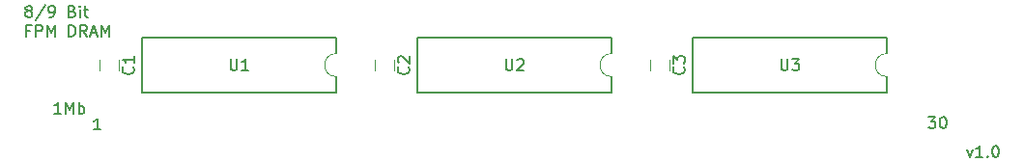
<source format=gbr>
%TF.GenerationSoftware,KiCad,Pcbnew,(5.1.9)-1*%
%TF.CreationDate,2021-01-13T00:02:16+11:00*%
%TF.ProjectId,1M-30pinsimm,314d2d33-3070-4696-9e73-696d6d2e6b69,rev?*%
%TF.SameCoordinates,Original*%
%TF.FileFunction,Legend,Top*%
%TF.FilePolarity,Positive*%
%FSLAX46Y46*%
G04 Gerber Fmt 4.6, Leading zero omitted, Abs format (unit mm)*
G04 Created by KiCad (PCBNEW (5.1.9)-1) date 2021-01-13 00:02:16*
%MOMM*%
%LPD*%
G01*
G04 APERTURE LIST*
%ADD10C,0.200000*%
%ADD11C,0.150000*%
%ADD12C,0.120000*%
G04 APERTURE END LIST*
D10*
X198392857Y-124245714D02*
X198630952Y-124912380D01*
X198869047Y-124245714D01*
X199773809Y-124912380D02*
X199202380Y-124912380D01*
X199488095Y-124912380D02*
X199488095Y-123912380D01*
X199392857Y-124055238D01*
X199297619Y-124150476D01*
X199202380Y-124198095D01*
X200202380Y-124817142D02*
X200250000Y-124864761D01*
X200202380Y-124912380D01*
X200154761Y-124864761D01*
X200202380Y-124817142D01*
X200202380Y-124912380D01*
X200869047Y-123912380D02*
X200964285Y-123912380D01*
X201059523Y-123960000D01*
X201107142Y-124007619D01*
X201154761Y-124102857D01*
X201202380Y-124293333D01*
X201202380Y-124531428D01*
X201154761Y-124721904D01*
X201107142Y-124817142D01*
X201059523Y-124864761D01*
X200964285Y-124912380D01*
X200869047Y-124912380D01*
X200773809Y-124864761D01*
X200726190Y-124817142D01*
X200678571Y-124721904D01*
X200630952Y-124531428D01*
X200630952Y-124293333D01*
X200678571Y-124102857D01*
X200726190Y-124007619D01*
X200773809Y-123960000D01*
X200869047Y-123912380D01*
X119001904Y-121102380D02*
X118430476Y-121102380D01*
X118716190Y-121102380D02*
X118716190Y-120102380D01*
X118620952Y-120245238D01*
X118525714Y-120340476D01*
X118430476Y-120388095D01*
X119430476Y-121102380D02*
X119430476Y-120102380D01*
X119763809Y-120816666D01*
X120097142Y-120102380D01*
X120097142Y-121102380D01*
X120573333Y-121102380D02*
X120573333Y-120102380D01*
X120573333Y-120483333D02*
X120668571Y-120435714D01*
X120859047Y-120435714D01*
X120954285Y-120483333D01*
X121001904Y-120530952D01*
X121049523Y-120626190D01*
X121049523Y-120911904D01*
X121001904Y-121007142D01*
X120954285Y-121054761D01*
X120859047Y-121102380D01*
X120668571Y-121102380D01*
X120573333Y-121054761D01*
X116080952Y-112060952D02*
X115985714Y-112013333D01*
X115938095Y-111965714D01*
X115890476Y-111870476D01*
X115890476Y-111822857D01*
X115938095Y-111727619D01*
X115985714Y-111680000D01*
X116080952Y-111632380D01*
X116271428Y-111632380D01*
X116366666Y-111680000D01*
X116414285Y-111727619D01*
X116461904Y-111822857D01*
X116461904Y-111870476D01*
X116414285Y-111965714D01*
X116366666Y-112013333D01*
X116271428Y-112060952D01*
X116080952Y-112060952D01*
X115985714Y-112108571D01*
X115938095Y-112156190D01*
X115890476Y-112251428D01*
X115890476Y-112441904D01*
X115938095Y-112537142D01*
X115985714Y-112584761D01*
X116080952Y-112632380D01*
X116271428Y-112632380D01*
X116366666Y-112584761D01*
X116414285Y-112537142D01*
X116461904Y-112441904D01*
X116461904Y-112251428D01*
X116414285Y-112156190D01*
X116366666Y-112108571D01*
X116271428Y-112060952D01*
X117604761Y-111584761D02*
X116747619Y-112870476D01*
X117985714Y-112632380D02*
X118176190Y-112632380D01*
X118271428Y-112584761D01*
X118319047Y-112537142D01*
X118414285Y-112394285D01*
X118461904Y-112203809D01*
X118461904Y-111822857D01*
X118414285Y-111727619D01*
X118366666Y-111680000D01*
X118271428Y-111632380D01*
X118080952Y-111632380D01*
X117985714Y-111680000D01*
X117938095Y-111727619D01*
X117890476Y-111822857D01*
X117890476Y-112060952D01*
X117938095Y-112156190D01*
X117985714Y-112203809D01*
X118080952Y-112251428D01*
X118271428Y-112251428D01*
X118366666Y-112203809D01*
X118414285Y-112156190D01*
X118461904Y-112060952D01*
X119985714Y-112108571D02*
X120128571Y-112156190D01*
X120176190Y-112203809D01*
X120223809Y-112299047D01*
X120223809Y-112441904D01*
X120176190Y-112537142D01*
X120128571Y-112584761D01*
X120033333Y-112632380D01*
X119652380Y-112632380D01*
X119652380Y-111632380D01*
X119985714Y-111632380D01*
X120080952Y-111680000D01*
X120128571Y-111727619D01*
X120176190Y-111822857D01*
X120176190Y-111918095D01*
X120128571Y-112013333D01*
X120080952Y-112060952D01*
X119985714Y-112108571D01*
X119652380Y-112108571D01*
X120652380Y-112632380D02*
X120652380Y-111965714D01*
X120652380Y-111632380D02*
X120604761Y-111680000D01*
X120652380Y-111727619D01*
X120700000Y-111680000D01*
X120652380Y-111632380D01*
X120652380Y-111727619D01*
X120985714Y-111965714D02*
X121366666Y-111965714D01*
X121128571Y-111632380D02*
X121128571Y-112489523D01*
X121176190Y-112584761D01*
X121271428Y-112632380D01*
X121366666Y-112632380D01*
X116271428Y-113808571D02*
X115938095Y-113808571D01*
X115938095Y-114332380D02*
X115938095Y-113332380D01*
X116414285Y-113332380D01*
X116795238Y-114332380D02*
X116795238Y-113332380D01*
X117176190Y-113332380D01*
X117271428Y-113380000D01*
X117319047Y-113427619D01*
X117366666Y-113522857D01*
X117366666Y-113665714D01*
X117319047Y-113760952D01*
X117271428Y-113808571D01*
X117176190Y-113856190D01*
X116795238Y-113856190D01*
X117795238Y-114332380D02*
X117795238Y-113332380D01*
X118128571Y-114046666D01*
X118461904Y-113332380D01*
X118461904Y-114332380D01*
X119700000Y-114332380D02*
X119700000Y-113332380D01*
X119938095Y-113332380D01*
X120080952Y-113380000D01*
X120176190Y-113475238D01*
X120223809Y-113570476D01*
X120271428Y-113760952D01*
X120271428Y-113903809D01*
X120223809Y-114094285D01*
X120176190Y-114189523D01*
X120080952Y-114284761D01*
X119938095Y-114332380D01*
X119700000Y-114332380D01*
X121271428Y-114332380D02*
X120938095Y-113856190D01*
X120700000Y-114332380D02*
X120700000Y-113332380D01*
X121080952Y-113332380D01*
X121176190Y-113380000D01*
X121223809Y-113427619D01*
X121271428Y-113522857D01*
X121271428Y-113665714D01*
X121223809Y-113760952D01*
X121176190Y-113808571D01*
X121080952Y-113856190D01*
X120700000Y-113856190D01*
X121652380Y-114046666D02*
X122128571Y-114046666D01*
X121557142Y-114332380D02*
X121890476Y-113332380D01*
X122223809Y-114332380D01*
X122557142Y-114332380D02*
X122557142Y-113332380D01*
X122890476Y-114046666D01*
X123223809Y-113332380D01*
X123223809Y-114332380D01*
D11*
%TO.C,U3*%
X191389000Y-117856000D02*
X191389000Y-119253000D01*
X191389000Y-114427000D02*
X191389000Y-115824000D01*
X191389000Y-119253000D02*
X174371000Y-119253000D01*
X174371000Y-119253000D02*
X174371000Y-114427000D01*
X174371000Y-114427000D02*
X191389000Y-114427000D01*
D12*
X191389000Y-117856000D02*
G75*
G02*
X191389000Y-115824000I0J1016000D01*
G01*
%TO.C,C3*%
X172300000Y-117340000D02*
X172300000Y-116340000D01*
X170600000Y-116340000D02*
X170600000Y-117340000D01*
%TO.C,C2*%
X146470000Y-116340000D02*
X146470000Y-117340000D01*
X148170000Y-117340000D02*
X148170000Y-116340000D01*
%TO.C,C1*%
X122340000Y-116340000D02*
X122340000Y-117340000D01*
X124040000Y-117340000D02*
X124040000Y-116340000D01*
D11*
%TO.C,U2*%
X150241000Y-114427000D02*
X167259000Y-114427000D01*
X150241000Y-119253000D02*
X150241000Y-114427000D01*
X167259000Y-119253000D02*
X150241000Y-119253000D01*
X167259000Y-114427000D02*
X167259000Y-115824000D01*
X167259000Y-117856000D02*
X167259000Y-119253000D01*
D12*
X167259000Y-117856000D02*
G75*
G02*
X167259000Y-115824000I0J1016000D01*
G01*
D11*
%TO.C,U1*%
X126111000Y-114427000D02*
X143129000Y-114427000D01*
X126111000Y-119253000D02*
X126111000Y-114427000D01*
X143129000Y-119253000D02*
X126111000Y-119253000D01*
X143129000Y-114427000D02*
X143129000Y-115824000D01*
X143129000Y-117856000D02*
X143129000Y-119253000D01*
D12*
X143129000Y-117856000D02*
G75*
G02*
X143129000Y-115824000I0J1016000D01*
G01*
%TO.C,U3*%
D11*
X182118095Y-116292380D02*
X182118095Y-117101904D01*
X182165714Y-117197142D01*
X182213333Y-117244761D01*
X182308571Y-117292380D01*
X182499047Y-117292380D01*
X182594285Y-117244761D01*
X182641904Y-117197142D01*
X182689523Y-117101904D01*
X182689523Y-116292380D01*
X183070476Y-116292380D02*
X183689523Y-116292380D01*
X183356190Y-116673333D01*
X183499047Y-116673333D01*
X183594285Y-116720952D01*
X183641904Y-116768571D01*
X183689523Y-116863809D01*
X183689523Y-117101904D01*
X183641904Y-117197142D01*
X183594285Y-117244761D01*
X183499047Y-117292380D01*
X183213333Y-117292380D01*
X183118095Y-117244761D01*
X183070476Y-117197142D01*
%TO.C,C3*%
X173557142Y-117006666D02*
X173604761Y-117054285D01*
X173652380Y-117197142D01*
X173652380Y-117292380D01*
X173604761Y-117435238D01*
X173509523Y-117530476D01*
X173414285Y-117578095D01*
X173223809Y-117625714D01*
X173080952Y-117625714D01*
X172890476Y-117578095D01*
X172795238Y-117530476D01*
X172700000Y-117435238D01*
X172652380Y-117292380D01*
X172652380Y-117197142D01*
X172700000Y-117054285D01*
X172747619Y-117006666D01*
X172652380Y-116673333D02*
X172652380Y-116054285D01*
X173033333Y-116387619D01*
X173033333Y-116244761D01*
X173080952Y-116149523D01*
X173128571Y-116101904D01*
X173223809Y-116054285D01*
X173461904Y-116054285D01*
X173557142Y-116101904D01*
X173604761Y-116149523D01*
X173652380Y-116244761D01*
X173652380Y-116530476D01*
X173604761Y-116625714D01*
X173557142Y-116673333D01*
%TO.C,C2*%
X149427142Y-117006666D02*
X149474761Y-117054285D01*
X149522380Y-117197142D01*
X149522380Y-117292380D01*
X149474761Y-117435238D01*
X149379523Y-117530476D01*
X149284285Y-117578095D01*
X149093809Y-117625714D01*
X148950952Y-117625714D01*
X148760476Y-117578095D01*
X148665238Y-117530476D01*
X148570000Y-117435238D01*
X148522380Y-117292380D01*
X148522380Y-117197142D01*
X148570000Y-117054285D01*
X148617619Y-117006666D01*
X148617619Y-116625714D02*
X148570000Y-116578095D01*
X148522380Y-116482857D01*
X148522380Y-116244761D01*
X148570000Y-116149523D01*
X148617619Y-116101904D01*
X148712857Y-116054285D01*
X148808095Y-116054285D01*
X148950952Y-116101904D01*
X149522380Y-116673333D01*
X149522380Y-116054285D01*
%TO.C,C1*%
X125297142Y-117006666D02*
X125344761Y-117054285D01*
X125392380Y-117197142D01*
X125392380Y-117292380D01*
X125344761Y-117435238D01*
X125249523Y-117530476D01*
X125154285Y-117578095D01*
X124963809Y-117625714D01*
X124820952Y-117625714D01*
X124630476Y-117578095D01*
X124535238Y-117530476D01*
X124440000Y-117435238D01*
X124392380Y-117292380D01*
X124392380Y-117197142D01*
X124440000Y-117054285D01*
X124487619Y-117006666D01*
X125392380Y-116054285D02*
X125392380Y-116625714D01*
X125392380Y-116340000D02*
X124392380Y-116340000D01*
X124535238Y-116435238D01*
X124630476Y-116530476D01*
X124678095Y-116625714D01*
%TO.C,U2*%
X157988095Y-116292380D02*
X157988095Y-117101904D01*
X158035714Y-117197142D01*
X158083333Y-117244761D01*
X158178571Y-117292380D01*
X158369047Y-117292380D01*
X158464285Y-117244761D01*
X158511904Y-117197142D01*
X158559523Y-117101904D01*
X158559523Y-116292380D01*
X158988095Y-116387619D02*
X159035714Y-116340000D01*
X159130952Y-116292380D01*
X159369047Y-116292380D01*
X159464285Y-116340000D01*
X159511904Y-116387619D01*
X159559523Y-116482857D01*
X159559523Y-116578095D01*
X159511904Y-116720952D01*
X158940476Y-117292380D01*
X159559523Y-117292380D01*
%TO.C,U1*%
X133858095Y-116292380D02*
X133858095Y-117101904D01*
X133905714Y-117197142D01*
X133953333Y-117244761D01*
X134048571Y-117292380D01*
X134239047Y-117292380D01*
X134334285Y-117244761D01*
X134381904Y-117197142D01*
X134429523Y-117101904D01*
X134429523Y-116292380D01*
X135429523Y-117292380D02*
X134858095Y-117292380D01*
X135143809Y-117292380D02*
X135143809Y-116292380D01*
X135048571Y-116435238D01*
X134953333Y-116530476D01*
X134858095Y-116578095D01*
%TO.C,B1*%
X195024476Y-121372380D02*
X195643523Y-121372380D01*
X195310190Y-121753333D01*
X195453047Y-121753333D01*
X195548285Y-121800952D01*
X195595904Y-121848571D01*
X195643523Y-121943809D01*
X195643523Y-122181904D01*
X195595904Y-122277142D01*
X195548285Y-122324761D01*
X195453047Y-122372380D01*
X195167333Y-122372380D01*
X195072095Y-122324761D01*
X195024476Y-122277142D01*
X196262571Y-121372380D02*
X196357809Y-121372380D01*
X196453047Y-121420000D01*
X196500666Y-121467619D01*
X196548285Y-121562857D01*
X196595904Y-121753333D01*
X196595904Y-121991428D01*
X196548285Y-122181904D01*
X196500666Y-122277142D01*
X196453047Y-122324761D01*
X196357809Y-122372380D01*
X196262571Y-122372380D01*
X196167333Y-122324761D01*
X196119714Y-122277142D01*
X196072095Y-122181904D01*
X196024476Y-121991428D01*
X196024476Y-121753333D01*
X196072095Y-121562857D01*
X196119714Y-121467619D01*
X196167333Y-121420000D01*
X196262571Y-121372380D01*
X122459714Y-122499380D02*
X121888285Y-122499380D01*
X122174000Y-122499380D02*
X122174000Y-121499380D01*
X122078761Y-121642238D01*
X121983523Y-121737476D01*
X121888285Y-121785095D01*
%TD*%
M02*

</source>
